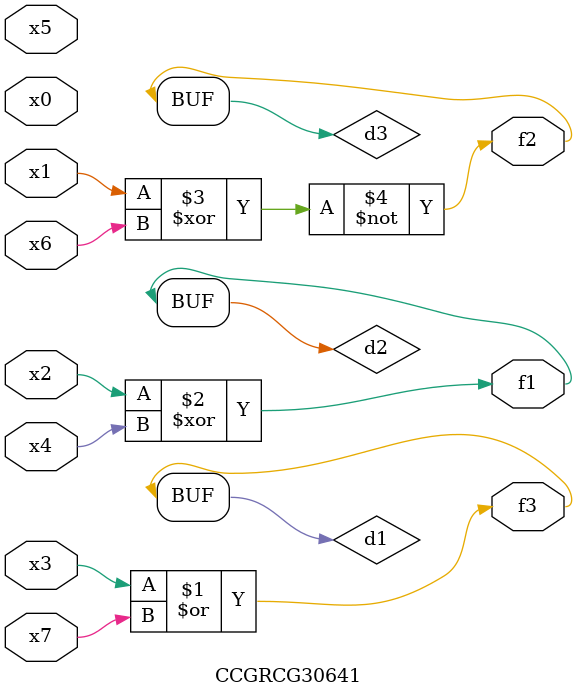
<source format=v>
module CCGRCG30641(
	input x0, x1, x2, x3, x4, x5, x6, x7,
	output f1, f2, f3
);

	wire d1, d2, d3;

	or (d1, x3, x7);
	xor (d2, x2, x4);
	xnor (d3, x1, x6);
	assign f1 = d2;
	assign f2 = d3;
	assign f3 = d1;
endmodule

</source>
